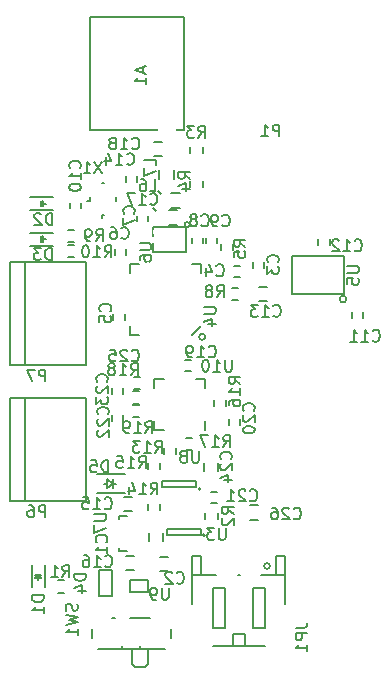
<source format=gbo>
G04 #@! TF.FileFunction,Legend,Bot*
%FSLAX46Y46*%
G04 Gerber Fmt 4.6, Leading zero omitted, Abs format (unit mm)*
G04 Created by KiCad (PCBNEW 4.0.2-stable) date 7/26/2016 9:47:51 PM*
%MOMM*%
G01*
G04 APERTURE LIST*
%ADD10C,0.100000*%
%ADD11C,0.200000*%
%ADD12C,0.150000*%
%ADD13R,1.350000X0.400000*%
%ADD14O,1.300000X1.300000*%
%ADD15O,1.550000X1.300000*%
%ADD16R,0.800000X0.150000*%
%ADD17R,1.200000X0.550000*%
%ADD18R,1.000000X0.350000*%
%ADD19R,0.711200X0.457200*%
%ADD20R,1.200000X1.400000*%
%ADD21R,0.200000X1.050000*%
%ADD22R,0.797560X0.797560*%
%ADD23R,0.600000X0.500000*%
%ADD24R,0.800000X0.750000*%
%ADD25R,0.750000X0.800000*%
%ADD26R,0.350000X0.800000*%
%ADD27R,0.800000X0.350000*%
%ADD28R,1.250000X1.250000*%
%ADD29R,0.400000X0.600000*%
%ADD30R,0.500000X0.600000*%
%ADD31R,0.600000X0.400000*%
%ADD32R,0.650000X1.060000*%
%ADD33C,1.500000*%
%ADD34C,2.500000*%
%ADD35R,0.800100X0.800100*%
%ADD36R,2.000000X1.250000*%
%ADD37O,2.790000X0.740000*%
%ADD38C,0.970000*%
%ADD39O,0.280000X0.850000*%
%ADD40R,2.200000X2.200000*%
%ADD41O,0.850000X0.280000*%
%ADD42C,0.900000*%
%ADD43R,0.700000X1.500000*%
%ADD44R,1.000000X0.800000*%
%ADD45R,1.000000X3.500000*%
%ADD46R,1.600000X3.400000*%
%ADD47R,0.590000X0.450000*%
%ADD48C,0.450000*%
%ADD49C,0.250000*%
G04 APERTURE END LIST*
D10*
D11*
X6979844Y29359843D02*
X7159844Y29179843D01*
X6559844Y27959843D02*
X6819844Y27699843D01*
D12*
X-5567460Y14649100D02*
X-5567460Y23349100D01*
X837540Y14649100D02*
X837540Y23349100D01*
X837540Y23349100D02*
X-5567460Y23349100D01*
X-4337460Y23349100D02*
X-4337460Y14649100D01*
X-5567460Y14649100D02*
X837540Y14649100D01*
X-5567460Y3149100D02*
X-5567460Y11849100D01*
X837540Y3149100D02*
X837540Y11849100D01*
X837540Y11849100D02*
X-5567460Y11849100D01*
X-4337460Y11849100D02*
X-4337460Y3149100D01*
X-5567460Y3149100D02*
X837540Y3149100D01*
X9621976Y26559843D02*
G75*
G03X9621976Y26559843I-212132J0D01*
G01*
X9359844Y24209843D02*
X9359844Y26309843D01*
X6559844Y24209843D02*
X6559844Y26309843D01*
X6559844Y26309843D02*
X9309844Y26309843D01*
X9359844Y24209843D02*
X6559844Y24209843D01*
X3019844Y-4920157D02*
X1919844Y-4920157D01*
X1919844Y-4920157D02*
X1919844Y-2720157D01*
X1919844Y-2720157D02*
X3019844Y-2720157D01*
X3019844Y-2720157D02*
X3019844Y-4870157D01*
X3019844Y-4870157D02*
X3019844Y-4920157D01*
X2199844Y27379843D02*
X2199844Y27129843D01*
X1199844Y28529843D02*
X899844Y28529843D01*
X1199844Y28929843D02*
X1199844Y28529843D01*
X3399844Y28529843D02*
X3399844Y28929843D01*
X2199844Y30079843D02*
X2399844Y30079843D01*
X2199844Y27379843D02*
X2399844Y27379843D01*
X22901392Y20249843D02*
G75*
G03X22901392Y20249843I-291548J0D01*
G01*
X22709844Y20699843D02*
X22709844Y23899843D01*
X22709844Y23899843D02*
X18409844Y23899843D01*
X18409844Y23899843D02*
X18309844Y23899843D01*
X18309844Y23899843D02*
X18309844Y20699843D01*
X18309844Y20699843D02*
X22709844Y20699843D01*
X-3850000Y25850000D02*
X-1950000Y25850000D01*
X-3850000Y24750000D02*
X-1950000Y24750000D01*
X-2950000Y25300000D02*
X-2500000Y25300000D01*
X-3000000Y25050000D02*
X-3000000Y25550000D01*
X-3000000Y25300000D02*
X-2750000Y25050000D01*
X-2750000Y25050000D02*
X-2750000Y25550000D01*
X-2750000Y25550000D02*
X-3000000Y25300000D01*
X-3850000Y28890000D02*
X-1950000Y28890000D01*
X-3850000Y27790000D02*
X-1950000Y27790000D01*
X-2950000Y28340000D02*
X-2500000Y28340000D01*
X-3000000Y28090000D02*
X-3000000Y28590000D01*
X-3000000Y28340000D02*
X-2750000Y28090000D01*
X-2750000Y28090000D02*
X-2750000Y28590000D01*
X-2750000Y28590000D02*
X-3000000Y28340000D01*
X-2650000Y-2225000D02*
X-2650000Y-4125000D01*
X-3750000Y-2225000D02*
X-3750000Y-4125000D01*
X-3200000Y-3125000D02*
X-3200000Y-3575000D01*
X-3450000Y-3075000D02*
X-2950000Y-3075000D01*
X-3200000Y-3075000D02*
X-3450000Y-3325000D01*
X-3450000Y-3325000D02*
X-2950000Y-3325000D01*
X-2950000Y-3325000D02*
X-3200000Y-3075000D01*
X5409844Y12674843D02*
X4909844Y12674843D01*
X4909844Y13624843D02*
X5409844Y13624843D01*
X8579844Y27749843D02*
X7879844Y27749843D01*
X7879844Y26549843D02*
X8579844Y26549843D01*
X12029844Y5669843D02*
X12029844Y6369843D01*
X10829844Y6369843D02*
X10829844Y5669843D01*
X10949844Y13469843D02*
X10174844Y13469843D01*
X6649844Y9169843D02*
X7424844Y9169843D01*
X6649844Y13469843D02*
X7424844Y13469843D01*
X10949844Y9169843D02*
X10949844Y9944843D01*
X6649844Y9169843D02*
X6649844Y9944843D01*
X6649844Y13469843D02*
X6649844Y12694843D01*
X10949844Y13469843D02*
X10949844Y12694843D01*
X5359844Y10234843D02*
X4859844Y10234843D01*
X4859844Y11284843D02*
X5359844Y11284843D01*
X5349844Y11374843D02*
X4849844Y11374843D01*
X4849844Y12424843D02*
X5349844Y12424843D01*
X4004844Y12699843D02*
X4004844Y12199843D01*
X3054844Y12199843D02*
X3054844Y12699843D01*
X3054844Y9949843D02*
X3054844Y10449843D01*
X4004844Y10449843D02*
X4004844Y9949843D01*
X6569844Y32359843D02*
X7269844Y32359843D01*
X7269844Y33559843D02*
X6569844Y33559843D01*
X9829844Y7444843D02*
X9329844Y7444843D01*
X9329844Y8494843D02*
X9829844Y8494843D01*
X12704844Y11709843D02*
X12704844Y11209843D01*
X11654844Y11209843D02*
X11654844Y11709843D01*
X6064844Y5869843D02*
X6064844Y6369843D01*
X7114844Y6369843D02*
X7114844Y5869843D01*
X6064844Y2369843D02*
X6064844Y2869843D01*
X7114844Y2869843D02*
X7114844Y2369843D01*
X8494844Y7609843D02*
X8494844Y7109843D01*
X7444844Y7109843D02*
X7444844Y7609843D01*
X-650156Y24834843D02*
X-150156Y24834843D01*
X-150156Y23784843D02*
X-650156Y23784843D01*
X-650156Y26134843D02*
X-150156Y26134843D01*
X-150156Y25084843D02*
X-650156Y25084843D01*
X13179844Y21214843D02*
X13679844Y21214843D01*
X13679844Y20164843D02*
X13179844Y20164843D01*
X13304844Y24899843D02*
X13304844Y24399843D01*
X12254844Y24399843D02*
X12254844Y24899843D01*
X9674844Y29739843D02*
X9674844Y30239843D01*
X10724844Y30239843D02*
X10724844Y29739843D01*
X10724844Y33139843D02*
X10724844Y32639843D01*
X9674844Y32639843D02*
X9674844Y33139843D01*
X12004844Y2099843D02*
X12004844Y1599843D01*
X10954844Y1599843D02*
X10954844Y2099843D01*
X-1530156Y-3545157D02*
X-1030156Y-3545157D01*
X-1030156Y-4595157D02*
X-1530156Y-4595157D01*
X11969844Y2994843D02*
X11469844Y2994843D01*
X11469844Y3944843D02*
X11969844Y3944843D01*
X13914844Y10119843D02*
X13914844Y9619843D01*
X12964844Y9619843D02*
X12964844Y10119843D01*
X9739844Y14154843D02*
X9239844Y14154843D01*
X9239844Y15104843D02*
X9739844Y15104843D01*
X4909844Y-1490157D02*
X4209844Y-1490157D01*
X4209844Y-2690157D02*
X4909844Y-2690157D01*
X4039844Y2289843D02*
X4739844Y2289843D01*
X4739844Y3489843D02*
X4039844Y3489843D01*
X5174844Y30629843D02*
X5174844Y30129843D01*
X4224844Y30129843D02*
X4224844Y30629843D01*
X21484844Y25349843D02*
X21484844Y24849843D01*
X20534844Y24849843D02*
X20534844Y25349843D01*
X23334844Y18619843D02*
X23334844Y19119843D01*
X24284844Y19119843D02*
X24284844Y18619843D01*
X464844Y28419843D02*
X464844Y27919843D01*
X-485156Y27919843D02*
X-485156Y28419843D01*
X11964844Y25459843D02*
X11964844Y24959843D01*
X11014844Y24959843D02*
X11014844Y25459843D01*
X10764844Y25459843D02*
X10764844Y24959843D01*
X9814844Y24959843D02*
X9814844Y25459843D01*
X6124844Y27319843D02*
X6124844Y26819843D01*
X5174844Y26819843D02*
X5174844Y27319843D01*
X4265000Y24480000D02*
X4265000Y23980000D01*
X3315000Y23980000D02*
X3315000Y24480000D01*
X4125000Y19000000D02*
X4125000Y18500000D01*
X3175000Y18500000D02*
X3175000Y19000000D01*
X13879844Y22094843D02*
X13379844Y22094843D01*
X13379844Y23044843D02*
X13879844Y23044843D01*
X14964844Y22889843D02*
X14964844Y23389843D01*
X15914844Y23389843D02*
X15914844Y22889843D01*
X7779844Y-1550157D02*
X7079844Y-1550157D01*
X7079844Y-2750157D02*
X7779844Y-2750157D01*
X6159844Y459843D02*
X6159844Y-240157D01*
X7359844Y-240157D02*
X7359844Y459843D01*
X10539844Y4169843D02*
G75*
G03X10539844Y4169843I-100000J0D01*
G01*
X10189844Y4819843D02*
X10189844Y4319843D01*
X7289844Y4819843D02*
X10189844Y4819843D01*
X7289844Y4319843D02*
X7289844Y4819843D01*
X10189844Y4319843D02*
X7289844Y4319843D01*
X3649604Y-909317D02*
X3649604Y-861057D01*
X4350644Y1889663D02*
X3649604Y1889663D01*
X3649604Y1889663D02*
X3649604Y1640743D01*
X3649604Y-909317D02*
X3649604Y-1109977D01*
X3649604Y-1109977D02*
X4350644Y-1109977D01*
X8269844Y30449843D02*
X8269844Y31149843D01*
X7069844Y31149843D02*
X7069844Y30449843D01*
X8069844Y27999843D02*
X8769844Y27999843D01*
X8769844Y29199843D02*
X8069844Y29199843D01*
X15489844Y20089843D02*
X16189844Y20089843D01*
X16189844Y21289843D02*
X15489844Y21289843D01*
X10929844Y249843D02*
G75*
G03X10929844Y249843I-100000J0D01*
G01*
X10579844Y799843D02*
X10579844Y299843D01*
X7679844Y799843D02*
X10579844Y799843D01*
X7679844Y299843D02*
X7679844Y799843D01*
X10579844Y299843D02*
X7679844Y299843D01*
X9169844Y34534843D02*
X9169844Y44159843D01*
X9169844Y44159843D02*
X1169844Y44159843D01*
X1169844Y44159843D02*
X1169844Y34534843D01*
X1169844Y34534843D02*
X9169844Y34534843D01*
X10950192Y17055000D02*
G75*
G03X10950192Y17055000I-260192J0D01*
G01*
X10560000Y23195000D02*
X9810000Y23195000D01*
X4560000Y17195000D02*
X5310000Y17195000D01*
X4560000Y23195000D02*
X5310000Y23195000D01*
X9810000Y17195000D02*
X10560000Y17945000D01*
X4560000Y17195000D02*
X4560000Y17945000D01*
X4560000Y23195000D02*
X4560000Y22445000D01*
X10560000Y23195000D02*
X10560000Y22445000D01*
X3930000Y-9085000D02*
X3930000Y-9385000D01*
X5430000Y-9085000D02*
X5430000Y-9385000D01*
X3280000Y-6785000D02*
X3080000Y-6785000D01*
X6080000Y-10685000D02*
X5880000Y-10885000D01*
X4780000Y-10685000D02*
X4980000Y-10885000D01*
X6080000Y-9385000D02*
X6080000Y-10685000D01*
X5880000Y-10885000D02*
X4980000Y-10885000D01*
X4780000Y-10685000D02*
X4780000Y-9385000D01*
X7530000Y-9385000D02*
X1830000Y-9385000D01*
X6280000Y-6785000D02*
X4580000Y-6785000D01*
X8030000Y-7685000D02*
X8030000Y-8485000D01*
X1330000Y-8485000D02*
X1330000Y-7685000D01*
X16429844Y-2355157D02*
G75*
G03X16429844Y-2355157I-250000J0D01*
G01*
X14279844Y-9105157D02*
X14279844Y-8105157D01*
X14279844Y-8105157D02*
X13279844Y-8105157D01*
X13279844Y-8105157D02*
X13279844Y-9105157D01*
X15679844Y-3105157D02*
X16929844Y-3105157D01*
X16929844Y-3105157D02*
X16929844Y-1505157D01*
X16929844Y-1505157D02*
X17729844Y-1505157D01*
X17729844Y-1505157D02*
X17729844Y-5605157D01*
X16929844Y-3105157D02*
X17729844Y-3105157D01*
X11879844Y-3105157D02*
X10629844Y-3105157D01*
X10629844Y-3105157D02*
X10629844Y-1505157D01*
X10629844Y-1505157D02*
X9829844Y-1505157D01*
X9829844Y-1505157D02*
X9829844Y-5605157D01*
X10629844Y-3105157D02*
X9829844Y-3105157D01*
X15979844Y-9105157D02*
X11579844Y-9105157D01*
X15979844Y-4205157D02*
X15979844Y-7605157D01*
X15979844Y-7605157D02*
X14979844Y-7605157D01*
X14979844Y-7605157D02*
X14979844Y-4205157D01*
X14979844Y-4205157D02*
X15979844Y-4205157D01*
X11579844Y-4205157D02*
X11579844Y-7605157D01*
X11579844Y-7605157D02*
X12579844Y-7605157D01*
X12579844Y-7605157D02*
X12579844Y-4205157D01*
X12579844Y-4205157D02*
X11579844Y-4205157D01*
X13879844Y-3105157D02*
X13679844Y-3105157D01*
X2599844Y4629843D02*
X2349844Y4629843D01*
X3099844Y4629843D02*
X3349844Y4629843D01*
X3099844Y4629843D02*
X2599844Y4979843D01*
X2599844Y4979843D02*
X2599844Y4279843D01*
X2599844Y4279843D02*
X3099844Y4629843D01*
X3099844Y4979843D02*
X3099844Y4279843D01*
X4149844Y3829843D02*
X1749844Y3829843D01*
X4149844Y5429843D02*
X1749844Y5429843D01*
X6059844Y-3570157D02*
X6059844Y-4570157D01*
X6059844Y-4570157D02*
X4559844Y-4570157D01*
X4559844Y-4570157D02*
X4559844Y-3570157D01*
X4559844Y-3570157D02*
X6059844Y-3570157D01*
X15404844Y2779843D02*
X14704844Y2779843D01*
X14704844Y1579843D02*
X15404844Y1579843D01*
X-2581905Y13277619D02*
X-2581905Y14277619D01*
X-2962858Y14277619D01*
X-3058096Y14230000D01*
X-3105715Y14182381D01*
X-3153334Y14087143D01*
X-3153334Y13944286D01*
X-3105715Y13849048D01*
X-3058096Y13801429D01*
X-2962858Y13753810D01*
X-2581905Y13753810D01*
X-3486667Y14277619D02*
X-4153334Y14277619D01*
X-3724762Y13277619D01*
X-2581905Y1777619D02*
X-2581905Y2777619D01*
X-2962858Y2777619D01*
X-3058096Y2730000D01*
X-3105715Y2682381D01*
X-3153334Y2587143D01*
X-3153334Y2444286D01*
X-3105715Y2349048D01*
X-3058096Y2301429D01*
X-2962858Y2253810D01*
X-2581905Y2253810D01*
X-4010477Y2777619D02*
X-3820000Y2777619D01*
X-3724762Y2730000D01*
X-3677143Y2682381D01*
X-3581905Y2539524D01*
X-3534286Y2349048D01*
X-3534286Y1968095D01*
X-3581905Y1872857D01*
X-3629524Y1825238D01*
X-3724762Y1777619D01*
X-3915239Y1777619D01*
X-4010477Y1825238D01*
X-4058096Y1872857D01*
X-4105715Y1968095D01*
X-4105715Y2206190D01*
X-4058096Y2301429D01*
X-4010477Y2349048D01*
X-3915239Y2396667D01*
X-3724762Y2396667D01*
X-3629524Y2349048D01*
X-3581905Y2301429D01*
X-3534286Y2206190D01*
X5382225Y25001748D02*
X6191749Y25001748D01*
X6286987Y24954129D01*
X6334606Y24906510D01*
X6382225Y24811272D01*
X6382225Y24620795D01*
X6334606Y24525557D01*
X6286987Y24477938D01*
X6191749Y24430319D01*
X5382225Y24430319D01*
X5382225Y23525557D02*
X5382225Y23716034D01*
X5429844Y23811272D01*
X5477463Y23858891D01*
X5620320Y23954129D01*
X5810796Y24001748D01*
X6191749Y24001748D01*
X6286987Y23954129D01*
X6334606Y23906510D01*
X6382225Y23811272D01*
X6382225Y23620795D01*
X6334606Y23525557D01*
X6286987Y23477938D01*
X6191749Y23430319D01*
X5953654Y23430319D01*
X5858415Y23477938D01*
X5810796Y23525557D01*
X5763177Y23620795D01*
X5763177Y23811272D01*
X5810796Y23906510D01*
X5858415Y23954129D01*
X5953654Y24001748D01*
X842225Y-3042062D02*
X-157775Y-3042062D01*
X-157775Y-3280157D01*
X-110156Y-3423015D01*
X-14918Y-3518253D01*
X80320Y-3565872D01*
X270796Y-3613491D01*
X413654Y-3613491D01*
X604130Y-3565872D01*
X699368Y-3518253D01*
X794606Y-3423015D01*
X842225Y-3280157D01*
X842225Y-3042062D01*
X175558Y-4470634D02*
X842225Y-4470634D01*
X-205394Y-4232538D02*
X508892Y-3994443D01*
X508892Y-4613491D01*
X2229368Y31887462D02*
X1562701Y30887462D01*
X1562701Y31887462D02*
X2229368Y30887462D01*
X657939Y30887462D02*
X1229368Y30887462D01*
X943654Y30887462D02*
X943654Y31887462D01*
X1038892Y31744605D01*
X1134130Y31649367D01*
X1229368Y31601748D01*
X22962225Y23041748D02*
X23771749Y23041748D01*
X23866987Y22994129D01*
X23914606Y22946510D01*
X23962225Y22851272D01*
X23962225Y22660795D01*
X23914606Y22565557D01*
X23866987Y22517938D01*
X23771749Y22470319D01*
X22962225Y22470319D01*
X22962225Y21517938D02*
X22962225Y21994129D01*
X23438415Y22041748D01*
X23390796Y21994129D01*
X23343177Y21898891D01*
X23343177Y21660795D01*
X23390796Y21565557D01*
X23438415Y21517938D01*
X23533654Y21470319D01*
X23771749Y21470319D01*
X23866987Y21517938D01*
X23914606Y21565557D01*
X23962225Y21660795D01*
X23962225Y21898891D01*
X23914606Y21994129D01*
X23866987Y22041748D01*
X-2062061Y23557462D02*
X-2062061Y24557462D01*
X-2300156Y24557462D01*
X-2443014Y24509843D01*
X-2538252Y24414605D01*
X-2585871Y24319367D01*
X-2633490Y24128891D01*
X-2633490Y23986033D01*
X-2585871Y23795557D01*
X-2538252Y23700319D01*
X-2443014Y23605081D01*
X-2300156Y23557462D01*
X-2062061Y23557462D01*
X-2966823Y24557462D02*
X-3585871Y24557462D01*
X-3252537Y24176510D01*
X-3395395Y24176510D01*
X-3490633Y24128891D01*
X-3538252Y24081272D01*
X-3585871Y23986033D01*
X-3585871Y23747938D01*
X-3538252Y23652700D01*
X-3490633Y23605081D01*
X-3395395Y23557462D01*
X-3109680Y23557462D01*
X-3014442Y23605081D01*
X-2966823Y23652700D01*
X-2002061Y26517462D02*
X-2002061Y27517462D01*
X-2240156Y27517462D01*
X-2383014Y27469843D01*
X-2478252Y27374605D01*
X-2525871Y27279367D01*
X-2573490Y27088891D01*
X-2573490Y26946033D01*
X-2525871Y26755557D01*
X-2478252Y26660319D01*
X-2383014Y26565081D01*
X-2240156Y26517462D01*
X-2002061Y26517462D01*
X-2954442Y27422224D02*
X-3002061Y27469843D01*
X-3097299Y27517462D01*
X-3335395Y27517462D01*
X-3430633Y27469843D01*
X-3478252Y27422224D01*
X-3525871Y27326986D01*
X-3525871Y27231748D01*
X-3478252Y27088891D01*
X-2906823Y26517462D01*
X-3525871Y26517462D01*
X-2727775Y-4842062D02*
X-3727775Y-4842062D01*
X-3727775Y-5080157D01*
X-3680156Y-5223015D01*
X-3584918Y-5318253D01*
X-3489680Y-5365872D01*
X-3299204Y-5413491D01*
X-3156346Y-5413491D01*
X-2965870Y-5365872D01*
X-2870632Y-5318253D01*
X-2775394Y-5223015D01*
X-2727775Y-5080157D01*
X-2727775Y-4842062D01*
X-2727775Y-6365872D02*
X-2727775Y-5794443D01*
X-2727775Y-6080157D02*
X-3727775Y-6080157D01*
X-3584918Y-5984919D01*
X-3489680Y-5889681D01*
X-3442061Y-5794443D01*
X4722701Y15072700D02*
X4770320Y15025081D01*
X4913177Y14977462D01*
X5008415Y14977462D01*
X5151273Y15025081D01*
X5246511Y15120319D01*
X5294130Y15215557D01*
X5341749Y15406033D01*
X5341749Y15548891D01*
X5294130Y15739367D01*
X5246511Y15834605D01*
X5151273Y15929843D01*
X5008415Y15977462D01*
X4913177Y15977462D01*
X4770320Y15929843D01*
X4722701Y15882224D01*
X4341749Y15882224D02*
X4294130Y15929843D01*
X4198892Y15977462D01*
X3960796Y15977462D01*
X3865558Y15929843D01*
X3817939Y15882224D01*
X3770320Y15786986D01*
X3770320Y15691748D01*
X3817939Y15548891D01*
X4389368Y14977462D01*
X3770320Y14977462D01*
X2865558Y15977462D02*
X3341749Y15977462D01*
X3389368Y15501272D01*
X3341749Y15548891D01*
X3246511Y15596510D01*
X3008415Y15596510D01*
X2913177Y15548891D01*
X2865558Y15501272D01*
X2817939Y15406033D01*
X2817939Y15167938D01*
X2865558Y15072700D01*
X2913177Y15025081D01*
X3008415Y14977462D01*
X3246511Y14977462D01*
X3341749Y15025081D01*
X3389368Y15072700D01*
X6282701Y28312700D02*
X6330320Y28265081D01*
X6473177Y28217462D01*
X6568415Y28217462D01*
X6711273Y28265081D01*
X6806511Y28360319D01*
X6854130Y28455557D01*
X6901749Y28646033D01*
X6901749Y28788891D01*
X6854130Y28979367D01*
X6806511Y29074605D01*
X6711273Y29169843D01*
X6568415Y29217462D01*
X6473177Y29217462D01*
X6330320Y29169843D01*
X6282701Y29122224D01*
X5330320Y28217462D02*
X5901749Y28217462D01*
X5616035Y28217462D02*
X5616035Y29217462D01*
X5711273Y29074605D01*
X5806511Y28979367D01*
X5901749Y28931748D01*
X4996987Y29217462D02*
X4330320Y29217462D01*
X4758892Y28217462D01*
X13116987Y6702700D02*
X13164606Y6750319D01*
X13212225Y6893176D01*
X13212225Y6988414D01*
X13164606Y7131272D01*
X13069368Y7226510D01*
X12974130Y7274129D01*
X12783654Y7321748D01*
X12640796Y7321748D01*
X12450320Y7274129D01*
X12355082Y7226510D01*
X12259844Y7131272D01*
X12212225Y6988414D01*
X12212225Y6893176D01*
X12259844Y6750319D01*
X12307463Y6702700D01*
X12307463Y6321748D02*
X12259844Y6274129D01*
X12212225Y6178891D01*
X12212225Y5940795D01*
X12259844Y5845557D01*
X12307463Y5797938D01*
X12402701Y5750319D01*
X12497939Y5750319D01*
X12640796Y5797938D01*
X13212225Y6369367D01*
X13212225Y5750319D01*
X12545558Y4893176D02*
X13212225Y4893176D01*
X12164606Y5131272D02*
X12878892Y5369367D01*
X12878892Y4750319D01*
X13197939Y15117462D02*
X13197939Y14307938D01*
X13150320Y14212700D01*
X13102701Y14165081D01*
X13007463Y14117462D01*
X12816986Y14117462D01*
X12721748Y14165081D01*
X12674129Y14212700D01*
X12626510Y14307938D01*
X12626510Y15117462D01*
X11626510Y14117462D02*
X12197939Y14117462D01*
X11912225Y14117462D02*
X11912225Y15117462D01*
X12007463Y14974605D01*
X12102701Y14879367D01*
X12197939Y14831748D01*
X11007463Y15117462D02*
X10912224Y15117462D01*
X10816986Y15069843D01*
X10769367Y15022224D01*
X10721748Y14926986D01*
X10674129Y14736510D01*
X10674129Y14498414D01*
X10721748Y14307938D01*
X10769367Y14212700D01*
X10816986Y14165081D01*
X10912224Y14117462D01*
X11007463Y14117462D01*
X11102701Y14165081D01*
X11150320Y14212700D01*
X11197939Y14307938D01*
X11245558Y14498414D01*
X11245558Y14736510D01*
X11197939Y14926986D01*
X11150320Y15022224D01*
X11102701Y15069843D01*
X11007463Y15117462D01*
X5882701Y8927462D02*
X6216035Y9403653D01*
X6454130Y8927462D02*
X6454130Y9927462D01*
X6073177Y9927462D01*
X5977939Y9879843D01*
X5930320Y9832224D01*
X5882701Y9736986D01*
X5882701Y9594129D01*
X5930320Y9498891D01*
X5977939Y9451272D01*
X6073177Y9403653D01*
X6454130Y9403653D01*
X4930320Y8927462D02*
X5501749Y8927462D01*
X5216035Y8927462D02*
X5216035Y9927462D01*
X5311273Y9784605D01*
X5406511Y9689367D01*
X5501749Y9641748D01*
X4454130Y8927462D02*
X4263654Y8927462D01*
X4168415Y8975081D01*
X4120796Y9022700D01*
X4025558Y9165557D01*
X3977939Y9356033D01*
X3977939Y9736986D01*
X4025558Y9832224D01*
X4073177Y9879843D01*
X4168415Y9927462D01*
X4358892Y9927462D01*
X4454130Y9879843D01*
X4501749Y9832224D01*
X4549368Y9736986D01*
X4549368Y9498891D01*
X4501749Y9403653D01*
X4454130Y9356033D01*
X4358892Y9308414D01*
X4168415Y9308414D01*
X4073177Y9356033D01*
X4025558Y9403653D01*
X3977939Y9498891D01*
X4642701Y13807462D02*
X4976035Y14283653D01*
X5214130Y13807462D02*
X5214130Y14807462D01*
X4833177Y14807462D01*
X4737939Y14759843D01*
X4690320Y14712224D01*
X4642701Y14616986D01*
X4642701Y14474129D01*
X4690320Y14378891D01*
X4737939Y14331272D01*
X4833177Y14283653D01*
X5214130Y14283653D01*
X3690320Y13807462D02*
X4261749Y13807462D01*
X3976035Y13807462D02*
X3976035Y14807462D01*
X4071273Y14664605D01*
X4166511Y14569367D01*
X4261749Y14521748D01*
X3118892Y14378891D02*
X3214130Y14426510D01*
X3261749Y14474129D01*
X3309368Y14569367D01*
X3309368Y14616986D01*
X3261749Y14712224D01*
X3214130Y14759843D01*
X3118892Y14807462D01*
X2928415Y14807462D01*
X2833177Y14759843D01*
X2785558Y14712224D01*
X2737939Y14616986D01*
X2737939Y14569367D01*
X2785558Y14474129D01*
X2833177Y14426510D01*
X2928415Y14378891D01*
X3118892Y14378891D01*
X3214130Y14331272D01*
X3261749Y14283653D01*
X3309368Y14188414D01*
X3309368Y13997938D01*
X3261749Y13902700D01*
X3214130Y13855081D01*
X3118892Y13807462D01*
X2928415Y13807462D01*
X2833177Y13855081D01*
X2785558Y13902700D01*
X2737939Y13997938D01*
X2737939Y14188414D01*
X2785558Y14283653D01*
X2833177Y14331272D01*
X2928415Y14378891D01*
X2616987Y13262700D02*
X2664606Y13310319D01*
X2712225Y13453176D01*
X2712225Y13548414D01*
X2664606Y13691272D01*
X2569368Y13786510D01*
X2474130Y13834129D01*
X2283654Y13881748D01*
X2140796Y13881748D01*
X1950320Y13834129D01*
X1855082Y13786510D01*
X1759844Y13691272D01*
X1712225Y13548414D01*
X1712225Y13453176D01*
X1759844Y13310319D01*
X1807463Y13262700D01*
X1807463Y12881748D02*
X1759844Y12834129D01*
X1712225Y12738891D01*
X1712225Y12500795D01*
X1759844Y12405557D01*
X1807463Y12357938D01*
X1902701Y12310319D01*
X1997939Y12310319D01*
X2140796Y12357938D01*
X2712225Y12929367D01*
X2712225Y12310319D01*
X1712225Y11976986D02*
X1712225Y11357938D01*
X2093177Y11691272D01*
X2093177Y11548414D01*
X2140796Y11453176D01*
X2188415Y11405557D01*
X2283654Y11357938D01*
X2521749Y11357938D01*
X2616987Y11405557D01*
X2664606Y11453176D01*
X2712225Y11548414D01*
X2712225Y11834129D01*
X2664606Y11929367D01*
X2616987Y11976986D01*
X2686987Y10492700D02*
X2734606Y10540319D01*
X2782225Y10683176D01*
X2782225Y10778414D01*
X2734606Y10921272D01*
X2639368Y11016510D01*
X2544130Y11064129D01*
X2353654Y11111748D01*
X2210796Y11111748D01*
X2020320Y11064129D01*
X1925082Y11016510D01*
X1829844Y10921272D01*
X1782225Y10778414D01*
X1782225Y10683176D01*
X1829844Y10540319D01*
X1877463Y10492700D01*
X1877463Y10111748D02*
X1829844Y10064129D01*
X1782225Y9968891D01*
X1782225Y9730795D01*
X1829844Y9635557D01*
X1877463Y9587938D01*
X1972701Y9540319D01*
X2067939Y9540319D01*
X2210796Y9587938D01*
X2782225Y10159367D01*
X2782225Y9540319D01*
X1877463Y9159367D02*
X1829844Y9111748D01*
X1782225Y9016510D01*
X1782225Y8778414D01*
X1829844Y8683176D01*
X1877463Y8635557D01*
X1972701Y8587938D01*
X2067939Y8587938D01*
X2210796Y8635557D01*
X2782225Y9206986D01*
X2782225Y8587938D01*
X4742701Y33012700D02*
X4790320Y32965081D01*
X4933177Y32917462D01*
X5028415Y32917462D01*
X5171273Y32965081D01*
X5266511Y33060319D01*
X5314130Y33155557D01*
X5361749Y33346033D01*
X5361749Y33488891D01*
X5314130Y33679367D01*
X5266511Y33774605D01*
X5171273Y33869843D01*
X5028415Y33917462D01*
X4933177Y33917462D01*
X4790320Y33869843D01*
X4742701Y33822224D01*
X3790320Y32917462D02*
X4361749Y32917462D01*
X4076035Y32917462D02*
X4076035Y33917462D01*
X4171273Y33774605D01*
X4266511Y33679367D01*
X4361749Y33631748D01*
X3218892Y33488891D02*
X3314130Y33536510D01*
X3361749Y33584129D01*
X3409368Y33679367D01*
X3409368Y33726986D01*
X3361749Y33822224D01*
X3314130Y33869843D01*
X3218892Y33917462D01*
X3028415Y33917462D01*
X2933177Y33869843D01*
X2885558Y33822224D01*
X2837939Y33726986D01*
X2837939Y33679367D01*
X2885558Y33584129D01*
X2933177Y33536510D01*
X3028415Y33488891D01*
X3218892Y33488891D01*
X3314130Y33441272D01*
X3361749Y33393653D01*
X3409368Y33298414D01*
X3409368Y33107938D01*
X3361749Y33012700D01*
X3314130Y32965081D01*
X3218892Y32917462D01*
X3028415Y32917462D01*
X2933177Y32965081D01*
X2885558Y33012700D01*
X2837939Y33107938D01*
X2837939Y33298414D01*
X2885558Y33393653D01*
X2933177Y33441272D01*
X3028415Y33488891D01*
X12472701Y7717462D02*
X12806035Y8193653D01*
X13044130Y7717462D02*
X13044130Y8717462D01*
X12663177Y8717462D01*
X12567939Y8669843D01*
X12520320Y8622224D01*
X12472701Y8526986D01*
X12472701Y8384129D01*
X12520320Y8288891D01*
X12567939Y8241272D01*
X12663177Y8193653D01*
X13044130Y8193653D01*
X11520320Y7717462D02*
X12091749Y7717462D01*
X11806035Y7717462D02*
X11806035Y8717462D01*
X11901273Y8574605D01*
X11996511Y8479367D01*
X12091749Y8431748D01*
X11186987Y8717462D02*
X10520320Y8717462D01*
X10948892Y7717462D01*
X13932225Y13062700D02*
X13456034Y13396034D01*
X13932225Y13634129D02*
X12932225Y13634129D01*
X12932225Y13253176D01*
X12979844Y13157938D01*
X13027463Y13110319D01*
X13122701Y13062700D01*
X13265558Y13062700D01*
X13360796Y13110319D01*
X13408415Y13157938D01*
X13456034Y13253176D01*
X13456034Y13634129D01*
X13932225Y12110319D02*
X13932225Y12681748D01*
X13932225Y12396034D02*
X12932225Y12396034D01*
X13075082Y12491272D01*
X13170320Y12586510D01*
X13217939Y12681748D01*
X12932225Y11253176D02*
X12932225Y11443653D01*
X12979844Y11538891D01*
X13027463Y11586510D01*
X13170320Y11681748D01*
X13360796Y11729367D01*
X13741749Y11729367D01*
X13836987Y11681748D01*
X13884606Y11634129D01*
X13932225Y11538891D01*
X13932225Y11348414D01*
X13884606Y11253176D01*
X13836987Y11205557D01*
X13741749Y11157938D01*
X13503654Y11157938D01*
X13408415Y11205557D01*
X13360796Y11253176D01*
X13313177Y11348414D01*
X13313177Y11538891D01*
X13360796Y11634129D01*
X13408415Y11681748D01*
X13503654Y11729367D01*
X5322701Y5957462D02*
X5656035Y6433653D01*
X5894130Y5957462D02*
X5894130Y6957462D01*
X5513177Y6957462D01*
X5417939Y6909843D01*
X5370320Y6862224D01*
X5322701Y6766986D01*
X5322701Y6624129D01*
X5370320Y6528891D01*
X5417939Y6481272D01*
X5513177Y6433653D01*
X5894130Y6433653D01*
X4370320Y5957462D02*
X4941749Y5957462D01*
X4656035Y5957462D02*
X4656035Y6957462D01*
X4751273Y6814605D01*
X4846511Y6719367D01*
X4941749Y6671748D01*
X3465558Y6957462D02*
X3941749Y6957462D01*
X3989368Y6481272D01*
X3941749Y6528891D01*
X3846511Y6576510D01*
X3608415Y6576510D01*
X3513177Y6528891D01*
X3465558Y6481272D01*
X3417939Y6386033D01*
X3417939Y6147938D01*
X3465558Y6052700D01*
X3513177Y6005081D01*
X3608415Y5957462D01*
X3846511Y5957462D01*
X3941749Y6005081D01*
X3989368Y6052700D01*
X6332701Y3707462D02*
X6666035Y4183653D01*
X6904130Y3707462D02*
X6904130Y4707462D01*
X6523177Y4707462D01*
X6427939Y4659843D01*
X6380320Y4612224D01*
X6332701Y4516986D01*
X6332701Y4374129D01*
X6380320Y4278891D01*
X6427939Y4231272D01*
X6523177Y4183653D01*
X6904130Y4183653D01*
X5380320Y3707462D02*
X5951749Y3707462D01*
X5666035Y3707462D02*
X5666035Y4707462D01*
X5761273Y4564605D01*
X5856511Y4469367D01*
X5951749Y4421748D01*
X4523177Y4374129D02*
X4523177Y3707462D01*
X4761273Y4755081D02*
X4999368Y4040795D01*
X4380320Y4040795D01*
X6712701Y7257462D02*
X7046035Y7733653D01*
X7284130Y7257462D02*
X7284130Y8257462D01*
X6903177Y8257462D01*
X6807939Y8209843D01*
X6760320Y8162224D01*
X6712701Y8066986D01*
X6712701Y7924129D01*
X6760320Y7828891D01*
X6807939Y7781272D01*
X6903177Y7733653D01*
X7284130Y7733653D01*
X5760320Y7257462D02*
X6331749Y7257462D01*
X6046035Y7257462D02*
X6046035Y8257462D01*
X6141273Y8114605D01*
X6236511Y8019367D01*
X6331749Y7971748D01*
X5426987Y8257462D02*
X4807939Y8257462D01*
X5141273Y7876510D01*
X4998415Y7876510D01*
X4903177Y7828891D01*
X4855558Y7781272D01*
X4807939Y7686033D01*
X4807939Y7447938D01*
X4855558Y7352700D01*
X4903177Y7305081D01*
X4998415Y7257462D01*
X5284130Y7257462D01*
X5379368Y7305081D01*
X5426987Y7352700D01*
X2432701Y23787462D02*
X2766035Y24263653D01*
X3004130Y23787462D02*
X3004130Y24787462D01*
X2623177Y24787462D01*
X2527939Y24739843D01*
X2480320Y24692224D01*
X2432701Y24596986D01*
X2432701Y24454129D01*
X2480320Y24358891D01*
X2527939Y24311272D01*
X2623177Y24263653D01*
X3004130Y24263653D01*
X1480320Y23787462D02*
X2051749Y23787462D01*
X1766035Y23787462D02*
X1766035Y24787462D01*
X1861273Y24644605D01*
X1956511Y24549367D01*
X2051749Y24501748D01*
X861273Y24787462D02*
X766034Y24787462D01*
X670796Y24739843D01*
X623177Y24692224D01*
X575558Y24596986D01*
X527939Y24406510D01*
X527939Y24168414D01*
X575558Y23977938D01*
X623177Y23882700D01*
X670796Y23835081D01*
X766034Y23787462D01*
X861273Y23787462D01*
X956511Y23835081D01*
X1004130Y23882700D01*
X1051749Y23977938D01*
X1099368Y24168414D01*
X1099368Y24406510D01*
X1051749Y24596986D01*
X1004130Y24692224D01*
X956511Y24739843D01*
X861273Y24787462D01*
X1706510Y25157462D02*
X2039844Y25633653D01*
X2277939Y25157462D02*
X2277939Y26157462D01*
X1896986Y26157462D01*
X1801748Y26109843D01*
X1754129Y26062224D01*
X1706510Y25966986D01*
X1706510Y25824129D01*
X1754129Y25728891D01*
X1801748Y25681272D01*
X1896986Y25633653D01*
X2277939Y25633653D01*
X1230320Y25157462D02*
X1039844Y25157462D01*
X944605Y25205081D01*
X896986Y25252700D01*
X801748Y25395557D01*
X754129Y25586033D01*
X754129Y25966986D01*
X801748Y26062224D01*
X849367Y26109843D01*
X944605Y26157462D01*
X1135082Y26157462D01*
X1230320Y26109843D01*
X1277939Y26062224D01*
X1325558Y25966986D01*
X1325558Y25728891D01*
X1277939Y25633653D01*
X1230320Y25586033D01*
X1135082Y25538414D01*
X944605Y25538414D01*
X849367Y25586033D01*
X801748Y25633653D01*
X754129Y25728891D01*
X11936510Y20417462D02*
X12269844Y20893653D01*
X12507939Y20417462D02*
X12507939Y21417462D01*
X12126986Y21417462D01*
X12031748Y21369843D01*
X11984129Y21322224D01*
X11936510Y21226986D01*
X11936510Y21084129D01*
X11984129Y20988891D01*
X12031748Y20941272D01*
X12126986Y20893653D01*
X12507939Y20893653D01*
X11365082Y20988891D02*
X11460320Y21036510D01*
X11507939Y21084129D01*
X11555558Y21179367D01*
X11555558Y21226986D01*
X11507939Y21322224D01*
X11460320Y21369843D01*
X11365082Y21417462D01*
X11174605Y21417462D01*
X11079367Y21369843D01*
X11031748Y21322224D01*
X10984129Y21226986D01*
X10984129Y21179367D01*
X11031748Y21084129D01*
X11079367Y21036510D01*
X11174605Y20988891D01*
X11365082Y20988891D01*
X11460320Y20941272D01*
X11507939Y20893653D01*
X11555558Y20798414D01*
X11555558Y20607938D01*
X11507939Y20512700D01*
X11460320Y20465081D01*
X11365082Y20417462D01*
X11174605Y20417462D01*
X11079367Y20465081D01*
X11031748Y20512700D01*
X10984129Y20607938D01*
X10984129Y20798414D01*
X11031748Y20893653D01*
X11079367Y20941272D01*
X11174605Y20988891D01*
X14352225Y24686509D02*
X13876034Y25019843D01*
X14352225Y25257938D02*
X13352225Y25257938D01*
X13352225Y24876985D01*
X13399844Y24781747D01*
X13447463Y24734128D01*
X13542701Y24686509D01*
X13685558Y24686509D01*
X13780796Y24734128D01*
X13828415Y24781747D01*
X13876034Y24876985D01*
X13876034Y25257938D01*
X13352225Y23781747D02*
X13352225Y24257938D01*
X13828415Y24305557D01*
X13780796Y24257938D01*
X13733177Y24162700D01*
X13733177Y23924604D01*
X13780796Y23829366D01*
X13828415Y23781747D01*
X13923654Y23734128D01*
X14161749Y23734128D01*
X14256987Y23781747D01*
X14304606Y23829366D01*
X14352225Y23924604D01*
X14352225Y24162700D01*
X14304606Y24257938D01*
X14256987Y24305557D01*
X9672225Y30426509D02*
X9196034Y30759843D01*
X9672225Y30997938D02*
X8672225Y30997938D01*
X8672225Y30616985D01*
X8719844Y30521747D01*
X8767463Y30474128D01*
X8862701Y30426509D01*
X9005558Y30426509D01*
X9100796Y30474128D01*
X9148415Y30521747D01*
X9196034Y30616985D01*
X9196034Y30997938D01*
X9005558Y29569366D02*
X9672225Y29569366D01*
X8624606Y29807462D02*
X9338892Y30045557D01*
X9338892Y29426509D01*
X10366510Y33917462D02*
X10699844Y34393653D01*
X10937939Y33917462D02*
X10937939Y34917462D01*
X10556986Y34917462D01*
X10461748Y34869843D01*
X10414129Y34822224D01*
X10366510Y34726986D01*
X10366510Y34584129D01*
X10414129Y34488891D01*
X10461748Y34441272D01*
X10556986Y34393653D01*
X10937939Y34393653D01*
X10033177Y34917462D02*
X9414129Y34917462D01*
X9747463Y34536510D01*
X9604605Y34536510D01*
X9509367Y34488891D01*
X9461748Y34441272D01*
X9414129Y34346033D01*
X9414129Y34107938D01*
X9461748Y34012700D01*
X9509367Y33965081D01*
X9604605Y33917462D01*
X9890320Y33917462D01*
X9985558Y33965081D01*
X10033177Y34012700D01*
X13342225Y2056509D02*
X12866034Y2389843D01*
X13342225Y2627938D02*
X12342225Y2627938D01*
X12342225Y2246985D01*
X12389844Y2151747D01*
X12437463Y2104128D01*
X12532701Y2056509D01*
X12675558Y2056509D01*
X12770796Y2104128D01*
X12818415Y2151747D01*
X12866034Y2246985D01*
X12866034Y2627938D01*
X12437463Y1675557D02*
X12389844Y1627938D01*
X12342225Y1532700D01*
X12342225Y1294604D01*
X12389844Y1199366D01*
X12437463Y1151747D01*
X12532701Y1104128D01*
X12627939Y1104128D01*
X12770796Y1151747D01*
X13342225Y1723176D01*
X13342225Y1104128D01*
X-1143490Y-3272538D02*
X-810156Y-2796347D01*
X-572061Y-3272538D02*
X-572061Y-2272538D01*
X-953014Y-2272538D01*
X-1048252Y-2320157D01*
X-1095871Y-2367776D01*
X-1143490Y-2463014D01*
X-1143490Y-2605871D01*
X-1095871Y-2701109D01*
X-1048252Y-2748728D01*
X-953014Y-2796347D01*
X-572061Y-2796347D01*
X-2095871Y-3272538D02*
X-1524442Y-3272538D01*
X-1810156Y-3272538D02*
X-1810156Y-2272538D01*
X-1714918Y-2415395D01*
X-1619680Y-2510633D01*
X-1524442Y-2558252D01*
X14722701Y3222700D02*
X14770320Y3175081D01*
X14913177Y3127462D01*
X15008415Y3127462D01*
X15151273Y3175081D01*
X15246511Y3270319D01*
X15294130Y3365557D01*
X15341749Y3556033D01*
X15341749Y3698891D01*
X15294130Y3889367D01*
X15246511Y3984605D01*
X15151273Y4079843D01*
X15008415Y4127462D01*
X14913177Y4127462D01*
X14770320Y4079843D01*
X14722701Y4032224D01*
X14341749Y4032224D02*
X14294130Y4079843D01*
X14198892Y4127462D01*
X13960796Y4127462D01*
X13865558Y4079843D01*
X13817939Y4032224D01*
X13770320Y3936986D01*
X13770320Y3841748D01*
X13817939Y3698891D01*
X14389368Y3127462D01*
X13770320Y3127462D01*
X12817939Y3127462D02*
X13389368Y3127462D01*
X13103654Y3127462D02*
X13103654Y4127462D01*
X13198892Y3984605D01*
X13294130Y3889367D01*
X13389368Y3841748D01*
X15036987Y10802700D02*
X15084606Y10850319D01*
X15132225Y10993176D01*
X15132225Y11088414D01*
X15084606Y11231272D01*
X14989368Y11326510D01*
X14894130Y11374129D01*
X14703654Y11421748D01*
X14560796Y11421748D01*
X14370320Y11374129D01*
X14275082Y11326510D01*
X14179844Y11231272D01*
X14132225Y11088414D01*
X14132225Y10993176D01*
X14179844Y10850319D01*
X14227463Y10802700D01*
X14227463Y10421748D02*
X14179844Y10374129D01*
X14132225Y10278891D01*
X14132225Y10040795D01*
X14179844Y9945557D01*
X14227463Y9897938D01*
X14322701Y9850319D01*
X14417939Y9850319D01*
X14560796Y9897938D01*
X15132225Y10469367D01*
X15132225Y9850319D01*
X14132225Y9231272D02*
X14132225Y9136033D01*
X14179844Y9040795D01*
X14227463Y8993176D01*
X14322701Y8945557D01*
X14513177Y8897938D01*
X14751273Y8897938D01*
X14941749Y8945557D01*
X15036987Y8993176D01*
X15084606Y9040795D01*
X15132225Y9136033D01*
X15132225Y9231272D01*
X15084606Y9326510D01*
X15036987Y9374129D01*
X14941749Y9421748D01*
X14751273Y9469367D01*
X14513177Y9469367D01*
X14322701Y9421748D01*
X14227463Y9374129D01*
X14179844Y9326510D01*
X14132225Y9231272D01*
X11232701Y15412700D02*
X11280320Y15365081D01*
X11423177Y15317462D01*
X11518415Y15317462D01*
X11661273Y15365081D01*
X11756511Y15460319D01*
X11804130Y15555557D01*
X11851749Y15746033D01*
X11851749Y15888891D01*
X11804130Y16079367D01*
X11756511Y16174605D01*
X11661273Y16269843D01*
X11518415Y16317462D01*
X11423177Y16317462D01*
X11280320Y16269843D01*
X11232701Y16222224D01*
X10280320Y15317462D02*
X10851749Y15317462D01*
X10566035Y15317462D02*
X10566035Y16317462D01*
X10661273Y16174605D01*
X10756511Y16079367D01*
X10851749Y16031748D01*
X9804130Y15317462D02*
X9613654Y15317462D01*
X9518415Y15365081D01*
X9470796Y15412700D01*
X9375558Y15555557D01*
X9327939Y15746033D01*
X9327939Y16126986D01*
X9375558Y16222224D01*
X9423177Y16269843D01*
X9518415Y16317462D01*
X9708892Y16317462D01*
X9804130Y16269843D01*
X9851749Y16222224D01*
X9899368Y16126986D01*
X9899368Y15888891D01*
X9851749Y15793653D01*
X9804130Y15746033D01*
X9708892Y15698414D01*
X9518415Y15698414D01*
X9423177Y15746033D01*
X9375558Y15793653D01*
X9327939Y15888891D01*
X2462701Y-2347300D02*
X2510320Y-2394919D01*
X2653177Y-2442538D01*
X2748415Y-2442538D01*
X2891273Y-2394919D01*
X2986511Y-2299681D01*
X3034130Y-2204443D01*
X3081749Y-2013967D01*
X3081749Y-1871109D01*
X3034130Y-1680633D01*
X2986511Y-1585395D01*
X2891273Y-1490157D01*
X2748415Y-1442538D01*
X2653177Y-1442538D01*
X2510320Y-1490157D01*
X2462701Y-1537776D01*
X1510320Y-2442538D02*
X2081749Y-2442538D01*
X1796035Y-2442538D02*
X1796035Y-1442538D01*
X1891273Y-1585395D01*
X1986511Y-1680633D01*
X2081749Y-1728252D01*
X653177Y-1442538D02*
X843654Y-1442538D01*
X938892Y-1490157D01*
X986511Y-1537776D01*
X1081749Y-1680633D01*
X1129368Y-1871109D01*
X1129368Y-2252062D01*
X1081749Y-2347300D01*
X1034130Y-2394919D01*
X938892Y-2442538D01*
X748415Y-2442538D01*
X653177Y-2394919D01*
X605558Y-2347300D01*
X557939Y-2252062D01*
X557939Y-2013967D01*
X605558Y-1918728D01*
X653177Y-1871109D01*
X748415Y-1823490D01*
X938892Y-1823490D01*
X1034130Y-1871109D01*
X1081749Y-1918728D01*
X1129368Y-2013967D01*
X2422701Y2547700D02*
X2470320Y2500081D01*
X2613177Y2452462D01*
X2708415Y2452462D01*
X2851273Y2500081D01*
X2946511Y2595319D01*
X2994130Y2690557D01*
X3041749Y2881033D01*
X3041749Y3023891D01*
X2994130Y3214367D01*
X2946511Y3309605D01*
X2851273Y3404843D01*
X2708415Y3452462D01*
X2613177Y3452462D01*
X2470320Y3404843D01*
X2422701Y3357224D01*
X1470320Y2452462D02*
X2041749Y2452462D01*
X1756035Y2452462D02*
X1756035Y3452462D01*
X1851273Y3309605D01*
X1946511Y3214367D01*
X2041749Y3166748D01*
X565558Y3452462D02*
X1041749Y3452462D01*
X1089368Y2976272D01*
X1041749Y3023891D01*
X946511Y3071510D01*
X708415Y3071510D01*
X613177Y3023891D01*
X565558Y2976272D01*
X517939Y2881033D01*
X517939Y2642938D01*
X565558Y2547700D01*
X613177Y2500081D01*
X708415Y2452462D01*
X946511Y2452462D01*
X1041749Y2500081D01*
X1089368Y2547700D01*
X4322701Y31702700D02*
X4370320Y31655081D01*
X4513177Y31607462D01*
X4608415Y31607462D01*
X4751273Y31655081D01*
X4846511Y31750319D01*
X4894130Y31845557D01*
X4941749Y32036033D01*
X4941749Y32178891D01*
X4894130Y32369367D01*
X4846511Y32464605D01*
X4751273Y32559843D01*
X4608415Y32607462D01*
X4513177Y32607462D01*
X4370320Y32559843D01*
X4322701Y32512224D01*
X3370320Y31607462D02*
X3941749Y31607462D01*
X3656035Y31607462D02*
X3656035Y32607462D01*
X3751273Y32464605D01*
X3846511Y32369367D01*
X3941749Y32321748D01*
X2513177Y32274129D02*
X2513177Y31607462D01*
X2751273Y32655081D02*
X2989368Y31940795D01*
X2370320Y31940795D01*
X23602701Y24392700D02*
X23650320Y24345081D01*
X23793177Y24297462D01*
X23888415Y24297462D01*
X24031273Y24345081D01*
X24126511Y24440319D01*
X24174130Y24535557D01*
X24221749Y24726033D01*
X24221749Y24868891D01*
X24174130Y25059367D01*
X24126511Y25154605D01*
X24031273Y25249843D01*
X23888415Y25297462D01*
X23793177Y25297462D01*
X23650320Y25249843D01*
X23602701Y25202224D01*
X22650320Y24297462D02*
X23221749Y24297462D01*
X22936035Y24297462D02*
X22936035Y25297462D01*
X23031273Y25154605D01*
X23126511Y25059367D01*
X23221749Y25011748D01*
X22269368Y25202224D02*
X22221749Y25249843D01*
X22126511Y25297462D01*
X21888415Y25297462D01*
X21793177Y25249843D01*
X21745558Y25202224D01*
X21697939Y25106986D01*
X21697939Y25011748D01*
X21745558Y24868891D01*
X22316987Y24297462D01*
X21697939Y24297462D01*
X25122701Y16752700D02*
X25170320Y16705081D01*
X25313177Y16657462D01*
X25408415Y16657462D01*
X25551273Y16705081D01*
X25646511Y16800319D01*
X25694130Y16895557D01*
X25741749Y17086033D01*
X25741749Y17228891D01*
X25694130Y17419367D01*
X25646511Y17514605D01*
X25551273Y17609843D01*
X25408415Y17657462D01*
X25313177Y17657462D01*
X25170320Y17609843D01*
X25122701Y17562224D01*
X24170320Y16657462D02*
X24741749Y16657462D01*
X24456035Y16657462D02*
X24456035Y17657462D01*
X24551273Y17514605D01*
X24646511Y17419367D01*
X24741749Y17371748D01*
X23217939Y16657462D02*
X23789368Y16657462D01*
X23503654Y16657462D02*
X23503654Y17657462D01*
X23598892Y17514605D01*
X23694130Y17419367D01*
X23789368Y17371748D01*
X326987Y31332700D02*
X374606Y31380319D01*
X422225Y31523176D01*
X422225Y31618414D01*
X374606Y31761272D01*
X279368Y31856510D01*
X184130Y31904129D01*
X-6346Y31951748D01*
X-149204Y31951748D01*
X-339680Y31904129D01*
X-434918Y31856510D01*
X-530156Y31761272D01*
X-577775Y31618414D01*
X-577775Y31523176D01*
X-530156Y31380319D01*
X-482537Y31332700D01*
X422225Y30380319D02*
X422225Y30951748D01*
X422225Y30666034D02*
X-577775Y30666034D01*
X-434918Y30761272D01*
X-339680Y30856510D01*
X-292061Y30951748D01*
X-577775Y29761272D02*
X-577775Y29666033D01*
X-530156Y29570795D01*
X-482537Y29523176D01*
X-387299Y29475557D01*
X-196823Y29427938D01*
X41273Y29427938D01*
X231749Y29475557D01*
X326987Y29523176D01*
X374606Y29570795D01*
X422225Y29666033D01*
X422225Y29761272D01*
X374606Y29856510D01*
X326987Y29904129D01*
X231749Y29951748D01*
X41273Y29999367D01*
X-196823Y29999367D01*
X-387299Y29951748D01*
X-482537Y29904129D01*
X-530156Y29856510D01*
X-577775Y29761272D01*
X12396510Y26492700D02*
X12444129Y26445081D01*
X12586986Y26397462D01*
X12682224Y26397462D01*
X12825082Y26445081D01*
X12920320Y26540319D01*
X12967939Y26635557D01*
X13015558Y26826033D01*
X13015558Y26968891D01*
X12967939Y27159367D01*
X12920320Y27254605D01*
X12825082Y27349843D01*
X12682224Y27397462D01*
X12586986Y27397462D01*
X12444129Y27349843D01*
X12396510Y27302224D01*
X11920320Y26397462D02*
X11729844Y26397462D01*
X11634605Y26445081D01*
X11586986Y26492700D01*
X11491748Y26635557D01*
X11444129Y26826033D01*
X11444129Y27206986D01*
X11491748Y27302224D01*
X11539367Y27349843D01*
X11634605Y27397462D01*
X11825082Y27397462D01*
X11920320Y27349843D01*
X11967939Y27302224D01*
X12015558Y27206986D01*
X12015558Y26968891D01*
X11967939Y26873653D01*
X11920320Y26826033D01*
X11825082Y26778414D01*
X11634605Y26778414D01*
X11539367Y26826033D01*
X11491748Y26873653D01*
X11444129Y26968891D01*
X10626510Y26512700D02*
X10674129Y26465081D01*
X10816986Y26417462D01*
X10912224Y26417462D01*
X11055082Y26465081D01*
X11150320Y26560319D01*
X11197939Y26655557D01*
X11245558Y26846033D01*
X11245558Y26988891D01*
X11197939Y27179367D01*
X11150320Y27274605D01*
X11055082Y27369843D01*
X10912224Y27417462D01*
X10816986Y27417462D01*
X10674129Y27369843D01*
X10626510Y27322224D01*
X10055082Y26988891D02*
X10150320Y27036510D01*
X10197939Y27084129D01*
X10245558Y27179367D01*
X10245558Y27226986D01*
X10197939Y27322224D01*
X10150320Y27369843D01*
X10055082Y27417462D01*
X9864605Y27417462D01*
X9769367Y27369843D01*
X9721748Y27322224D01*
X9674129Y27226986D01*
X9674129Y27179367D01*
X9721748Y27084129D01*
X9769367Y27036510D01*
X9864605Y26988891D01*
X10055082Y26988891D01*
X10150320Y26941272D01*
X10197939Y26893653D01*
X10245558Y26798414D01*
X10245558Y26607938D01*
X10197939Y26512700D01*
X10150320Y26465081D01*
X10055082Y26417462D01*
X9864605Y26417462D01*
X9769367Y26465081D01*
X9721748Y26512700D01*
X9674129Y26607938D01*
X9674129Y26798414D01*
X9721748Y26893653D01*
X9769367Y26941272D01*
X9864605Y26988891D01*
X4886987Y27486509D02*
X4934606Y27534128D01*
X4982225Y27676985D01*
X4982225Y27772223D01*
X4934606Y27915081D01*
X4839368Y28010319D01*
X4744130Y28057938D01*
X4553654Y28105557D01*
X4410796Y28105557D01*
X4220320Y28057938D01*
X4125082Y28010319D01*
X4029844Y27915081D01*
X3982225Y27772223D01*
X3982225Y27676985D01*
X4029844Y27534128D01*
X4077463Y27486509D01*
X3982225Y27153176D02*
X3982225Y26486509D01*
X4982225Y26915081D01*
X3846510Y25432700D02*
X3894129Y25385081D01*
X4036986Y25337462D01*
X4132224Y25337462D01*
X4275082Y25385081D01*
X4370320Y25480319D01*
X4417939Y25575557D01*
X4465558Y25766033D01*
X4465558Y25908891D01*
X4417939Y26099367D01*
X4370320Y26194605D01*
X4275082Y26289843D01*
X4132224Y26337462D01*
X4036986Y26337462D01*
X3894129Y26289843D01*
X3846510Y26242224D01*
X2989367Y26337462D02*
X3179844Y26337462D01*
X3275082Y26289843D01*
X3322701Y26242224D01*
X3417939Y26099367D01*
X3465558Y25908891D01*
X3465558Y25527938D01*
X3417939Y25432700D01*
X3370320Y25385081D01*
X3275082Y25337462D01*
X3084605Y25337462D01*
X2989367Y25385081D01*
X2941748Y25432700D01*
X2894129Y25527938D01*
X2894129Y25766033D01*
X2941748Y25861272D01*
X2989367Y25908891D01*
X3084605Y25956510D01*
X3275082Y25956510D01*
X3370320Y25908891D01*
X3417939Y25861272D01*
X3465558Y25766033D01*
X2896987Y19226509D02*
X2944606Y19274128D01*
X2992225Y19416985D01*
X2992225Y19512223D01*
X2944606Y19655081D01*
X2849368Y19750319D01*
X2754130Y19797938D01*
X2563654Y19845557D01*
X2420796Y19845557D01*
X2230320Y19797938D01*
X2135082Y19750319D01*
X2039844Y19655081D01*
X1992225Y19512223D01*
X1992225Y19416985D01*
X2039844Y19274128D01*
X2087463Y19226509D01*
X1992225Y18321747D02*
X1992225Y18797938D01*
X2468415Y18845557D01*
X2420796Y18797938D01*
X2373177Y18702700D01*
X2373177Y18464604D01*
X2420796Y18369366D01*
X2468415Y18321747D01*
X2563654Y18274128D01*
X2801749Y18274128D01*
X2896987Y18321747D01*
X2944606Y18369366D01*
X2992225Y18464604D01*
X2992225Y18702700D01*
X2944606Y18797938D01*
X2896987Y18845557D01*
X11896510Y22282700D02*
X11944129Y22235081D01*
X12086986Y22187462D01*
X12182224Y22187462D01*
X12325082Y22235081D01*
X12420320Y22330319D01*
X12467939Y22425557D01*
X12515558Y22616033D01*
X12515558Y22758891D01*
X12467939Y22949367D01*
X12420320Y23044605D01*
X12325082Y23139843D01*
X12182224Y23187462D01*
X12086986Y23187462D01*
X11944129Y23139843D01*
X11896510Y23092224D01*
X11039367Y22854129D02*
X11039367Y22187462D01*
X11277463Y23235081D02*
X11515558Y22520795D01*
X10896510Y22520795D01*
X17086987Y23356509D02*
X17134606Y23404128D01*
X17182225Y23546985D01*
X17182225Y23642223D01*
X17134606Y23785081D01*
X17039368Y23880319D01*
X16944130Y23927938D01*
X16753654Y23975557D01*
X16610796Y23975557D01*
X16420320Y23927938D01*
X16325082Y23880319D01*
X16229844Y23785081D01*
X16182225Y23642223D01*
X16182225Y23546985D01*
X16229844Y23404128D01*
X16277463Y23356509D01*
X16182225Y23023176D02*
X16182225Y22404128D01*
X16563177Y22737462D01*
X16563177Y22594604D01*
X16610796Y22499366D01*
X16658415Y22451747D01*
X16753654Y22404128D01*
X16991749Y22404128D01*
X17086987Y22451747D01*
X17134606Y22499366D01*
X17182225Y22594604D01*
X17182225Y22880319D01*
X17134606Y22975557D01*
X17086987Y23023176D01*
X8526510Y-3747300D02*
X8574129Y-3794919D01*
X8716986Y-3842538D01*
X8812224Y-3842538D01*
X8955082Y-3794919D01*
X9050320Y-3699681D01*
X9097939Y-3604443D01*
X9145558Y-3413967D01*
X9145558Y-3271109D01*
X9097939Y-3080633D01*
X9050320Y-2985395D01*
X8955082Y-2890157D01*
X8812224Y-2842538D01*
X8716986Y-2842538D01*
X8574129Y-2890157D01*
X8526510Y-2937776D01*
X8145558Y-2937776D02*
X8097939Y-2890157D01*
X8002701Y-2842538D01*
X7764605Y-2842538D01*
X7669367Y-2890157D01*
X7621748Y-2937776D01*
X7574129Y-3033014D01*
X7574129Y-3128252D01*
X7621748Y-3271109D01*
X8193177Y-3842538D01*
X7574129Y-3842538D01*
X2561987Y-328491D02*
X2609606Y-280872D01*
X2657225Y-138015D01*
X2657225Y-42777D01*
X2609606Y100081D01*
X2514368Y195319D01*
X2419130Y242938D01*
X2228654Y290557D01*
X2085796Y290557D01*
X1895320Y242938D01*
X1800082Y195319D01*
X1704844Y100081D01*
X1657225Y-42777D01*
X1657225Y-138015D01*
X1704844Y-280872D01*
X1752463Y-328491D01*
X2657225Y-1280872D02*
X2657225Y-709443D01*
X2657225Y-995157D02*
X1657225Y-995157D01*
X1800082Y-899919D01*
X1895320Y-804681D01*
X1942939Y-709443D01*
X10411749Y7397462D02*
X10411749Y6587938D01*
X10364130Y6492700D01*
X10316511Y6445081D01*
X10221273Y6397462D01*
X10030796Y6397462D01*
X9935558Y6445081D01*
X9887939Y6492700D01*
X9840320Y6587938D01*
X9840320Y7397462D01*
X9221273Y6968891D02*
X9316511Y7016510D01*
X9364130Y7064129D01*
X9411749Y7159367D01*
X9411749Y7206986D01*
X9364130Y7302224D01*
X9316511Y7349843D01*
X9221273Y7397462D01*
X9030796Y7397462D01*
X8935558Y7349843D01*
X8887939Y7302224D01*
X8840320Y7206986D01*
X8840320Y7159367D01*
X8887939Y7064129D01*
X8935558Y7016510D01*
X9030796Y6968891D01*
X9221273Y6968891D01*
X9316511Y6921272D01*
X9364130Y6873653D01*
X9411749Y6778414D01*
X9411749Y6587938D01*
X9364130Y6492700D01*
X9316511Y6445081D01*
X9221273Y6397462D01*
X9030796Y6397462D01*
X8935558Y6445081D01*
X8887939Y6492700D01*
X8840320Y6587938D01*
X8840320Y6778414D01*
X8887939Y6873653D01*
X8935558Y6921272D01*
X9030796Y6968891D01*
X1557225Y2066748D02*
X2366749Y2066748D01*
X2461987Y2019129D01*
X2509606Y1971510D01*
X2557225Y1876272D01*
X2557225Y1685795D01*
X2509606Y1590557D01*
X2461987Y1542938D01*
X2366749Y1495319D01*
X1557225Y1495319D01*
X1557225Y1114367D02*
X1557225Y447700D01*
X2557225Y876272D01*
X6772225Y31576509D02*
X6772225Y32052700D01*
X5772225Y32052700D01*
X5772225Y31338414D02*
X5772225Y30671747D01*
X6772225Y31100319D01*
X6256510Y29387462D02*
X6732701Y29387462D01*
X6732701Y30387462D01*
X5494605Y30387462D02*
X5685082Y30387462D01*
X5780320Y30339843D01*
X5827939Y30292224D01*
X5923177Y30149367D01*
X5970796Y29958891D01*
X5970796Y29577938D01*
X5923177Y29482700D01*
X5875558Y29435081D01*
X5780320Y29387462D01*
X5589843Y29387462D01*
X5494605Y29435081D01*
X5446986Y29482700D01*
X5399367Y29577938D01*
X5399367Y29816033D01*
X5446986Y29911272D01*
X5494605Y29958891D01*
X5589843Y30006510D01*
X5780320Y30006510D01*
X5875558Y29958891D01*
X5923177Y29911272D01*
X5970796Y29816033D01*
X16712701Y18852700D02*
X16760320Y18805081D01*
X16903177Y18757462D01*
X16998415Y18757462D01*
X17141273Y18805081D01*
X17236511Y18900319D01*
X17284130Y18995557D01*
X17331749Y19186033D01*
X17331749Y19328891D01*
X17284130Y19519367D01*
X17236511Y19614605D01*
X17141273Y19709843D01*
X16998415Y19757462D01*
X16903177Y19757462D01*
X16760320Y19709843D01*
X16712701Y19662224D01*
X15760320Y18757462D02*
X16331749Y18757462D01*
X16046035Y18757462D02*
X16046035Y19757462D01*
X16141273Y19614605D01*
X16236511Y19519367D01*
X16331749Y19471748D01*
X15426987Y19757462D02*
X14807939Y19757462D01*
X15141273Y19376510D01*
X14998415Y19376510D01*
X14903177Y19328891D01*
X14855558Y19281272D01*
X14807939Y19186033D01*
X14807939Y18947938D01*
X14855558Y18852700D01*
X14903177Y18805081D01*
X14998415Y18757462D01*
X15284130Y18757462D01*
X15379368Y18805081D01*
X15426987Y18852700D01*
X12671749Y877462D02*
X12671749Y67938D01*
X12624130Y-27300D01*
X12576511Y-74919D01*
X12481273Y-122538D01*
X12290796Y-122538D01*
X12195558Y-74919D01*
X12147939Y-27300D01*
X12100320Y67938D01*
X12100320Y877462D01*
X11719368Y877462D02*
X11100320Y877462D01*
X11433654Y496510D01*
X11290796Y496510D01*
X11195558Y448891D01*
X11147939Y401272D01*
X11100320Y306033D01*
X11100320Y67938D01*
X11147939Y-27300D01*
X11195558Y-74919D01*
X11290796Y-122538D01*
X11576511Y-122538D01*
X11671749Y-74919D01*
X11719368Y-27300D01*
X5686511Y39864129D02*
X5686511Y39387938D01*
X5972225Y39959367D02*
X4972225Y39626034D01*
X5972225Y39292700D01*
X5972225Y38435557D02*
X5972225Y39006986D01*
X5972225Y38721272D02*
X4972225Y38721272D01*
X5115082Y38816510D01*
X5210320Y38911748D01*
X5257939Y39006986D01*
X17217939Y34017462D02*
X17217939Y35017462D01*
X16836986Y35017462D01*
X16741748Y34969843D01*
X16694129Y34922224D01*
X16646510Y34826986D01*
X16646510Y34684129D01*
X16694129Y34588891D01*
X16741748Y34541272D01*
X16836986Y34493653D01*
X17217939Y34493653D01*
X15694129Y34017462D02*
X16265558Y34017462D01*
X15979844Y34017462D02*
X15979844Y35017462D01*
X16075082Y34874605D01*
X16170320Y34779367D01*
X16265558Y34731748D01*
X10840225Y19579748D02*
X11649749Y19579748D01*
X11744987Y19532129D01*
X11792606Y19484510D01*
X11840225Y19389272D01*
X11840225Y19198795D01*
X11792606Y19103557D01*
X11744987Y19055938D01*
X11649749Y19008319D01*
X10840225Y19008319D01*
X11173558Y18103557D02*
X11840225Y18103557D01*
X10792606Y18341653D02*
X11506892Y18579748D01*
X11506892Y17960700D01*
X104606Y-5556824D02*
X152225Y-5699681D01*
X152225Y-5937777D01*
X104606Y-6033015D01*
X56987Y-6080634D01*
X-38251Y-6128253D01*
X-133489Y-6128253D01*
X-228727Y-6080634D01*
X-276346Y-6033015D01*
X-323966Y-5937777D01*
X-371585Y-5747300D01*
X-419204Y-5652062D01*
X-466823Y-5604443D01*
X-562061Y-5556824D01*
X-657299Y-5556824D01*
X-752537Y-5604443D01*
X-800156Y-5652062D01*
X-847775Y-5747300D01*
X-847775Y-5985396D01*
X-800156Y-6128253D01*
X-847775Y-6461586D02*
X152225Y-6699681D01*
X-562061Y-6890158D01*
X152225Y-7080634D01*
X-847775Y-7318729D01*
X152225Y-8223491D02*
X152225Y-7652062D01*
X152225Y-7937776D02*
X-847775Y-7937776D01*
X-704918Y-7842538D01*
X-609680Y-7747300D01*
X-562061Y-7652062D01*
X18592225Y-7576824D02*
X19306511Y-7576824D01*
X19449368Y-7529204D01*
X19544606Y-7433966D01*
X19592225Y-7291109D01*
X19592225Y-7195871D01*
X19592225Y-8053014D02*
X18592225Y-8053014D01*
X18592225Y-8433967D01*
X18639844Y-8529205D01*
X18687463Y-8576824D01*
X18782701Y-8624443D01*
X18925558Y-8624443D01*
X19020796Y-8576824D01*
X19068415Y-8529205D01*
X19116034Y-8433967D01*
X19116034Y-8053014D01*
X19592225Y-9576824D02*
X19592225Y-9005395D01*
X19592225Y-9291109D02*
X18592225Y-9291109D01*
X18735082Y-9195871D01*
X18830320Y-9100633D01*
X18877939Y-9005395D01*
X2727939Y5597462D02*
X2727939Y6597462D01*
X2489844Y6597462D01*
X2346986Y6549843D01*
X2251748Y6454605D01*
X2204129Y6359367D01*
X2156510Y6168891D01*
X2156510Y6026033D01*
X2204129Y5835557D01*
X2251748Y5740319D01*
X2346986Y5645081D01*
X2489844Y5597462D01*
X2727939Y5597462D01*
X1251748Y6597462D02*
X1727939Y6597462D01*
X1775558Y6121272D01*
X1727939Y6168891D01*
X1632701Y6216510D01*
X1394605Y6216510D01*
X1299367Y6168891D01*
X1251748Y6121272D01*
X1204129Y6026033D01*
X1204129Y5787938D01*
X1251748Y5692700D01*
X1299367Y5645081D01*
X1394605Y5597462D01*
X1632701Y5597462D01*
X1727939Y5645081D01*
X1775558Y5692700D01*
X7841749Y-4192538D02*
X7841749Y-5002062D01*
X7794130Y-5097300D01*
X7746511Y-5144919D01*
X7651273Y-5192538D01*
X7460796Y-5192538D01*
X7365558Y-5144919D01*
X7317939Y-5097300D01*
X7270320Y-5002062D01*
X7270320Y-4192538D01*
X6746511Y-5192538D02*
X6556035Y-5192538D01*
X6460796Y-5144919D01*
X6413177Y-5097300D01*
X6317939Y-4954443D01*
X6270320Y-4763967D01*
X6270320Y-4383014D01*
X6317939Y-4287776D01*
X6365558Y-4240157D01*
X6460796Y-4192538D01*
X6651273Y-4192538D01*
X6746511Y-4240157D01*
X6794130Y-4287776D01*
X6841749Y-4383014D01*
X6841749Y-4621109D01*
X6794130Y-4716347D01*
X6746511Y-4763967D01*
X6651273Y-4811586D01*
X6460796Y-4811586D01*
X6365558Y-4763967D01*
X6317939Y-4716347D01*
X6270320Y-4621109D01*
X18422701Y1697700D02*
X18470320Y1650081D01*
X18613177Y1602462D01*
X18708415Y1602462D01*
X18851273Y1650081D01*
X18946511Y1745319D01*
X18994130Y1840557D01*
X19041749Y2031033D01*
X19041749Y2173891D01*
X18994130Y2364367D01*
X18946511Y2459605D01*
X18851273Y2554843D01*
X18708415Y2602462D01*
X18613177Y2602462D01*
X18470320Y2554843D01*
X18422701Y2507224D01*
X18041749Y2507224D02*
X17994130Y2554843D01*
X17898892Y2602462D01*
X17660796Y2602462D01*
X17565558Y2554843D01*
X17517939Y2507224D01*
X17470320Y2411986D01*
X17470320Y2316748D01*
X17517939Y2173891D01*
X18089368Y1602462D01*
X17470320Y1602462D01*
X16613177Y2602462D02*
X16803654Y2602462D01*
X16898892Y2554843D01*
X16946511Y2507224D01*
X17041749Y2364367D01*
X17089368Y2173891D01*
X17089368Y1792938D01*
X17041749Y1697700D01*
X16994130Y1650081D01*
X16898892Y1602462D01*
X16708415Y1602462D01*
X16613177Y1650081D01*
X16565558Y1697700D01*
X16517939Y1792938D01*
X16517939Y2031033D01*
X16565558Y2126272D01*
X16613177Y2173891D01*
X16708415Y2221510D01*
X16898892Y2221510D01*
X16994130Y2173891D01*
X17041749Y2126272D01*
X17089368Y2031033D01*
%LPC*%
D13*
X-187460Y17699100D03*
X-187460Y18349100D03*
X-187460Y18999100D03*
X-187460Y19649100D03*
X-187460Y20299100D03*
D14*
X-187460Y16499100D03*
X-187460Y21499100D03*
D15*
X-2887460Y15499100D03*
X-2887460Y22499100D03*
D13*
X-187460Y6199100D03*
X-187460Y6849100D03*
X-187460Y7499100D03*
X-187460Y8149100D03*
X-187460Y8799100D03*
D14*
X-187460Y4999100D03*
X-187460Y9999100D03*
D15*
X-2887460Y3999100D03*
X-2887460Y10999100D03*
D16*
X8859844Y25909843D03*
X8859844Y25259843D03*
X8859844Y24609843D03*
X7059844Y24609843D03*
D17*
X7059844Y25259843D03*
D18*
X7059844Y25909843D03*
D19*
X1453844Y-4480557D03*
X1453844Y-3159757D03*
X3485844Y-3820157D03*
D20*
X1449844Y27629843D03*
X1449844Y29829843D03*
X3149844Y29829843D03*
X3149844Y27629843D03*
D21*
X22309844Y21349843D03*
X21909844Y21349843D03*
X21509844Y21349843D03*
X21109844Y21349843D03*
X20709844Y21349843D03*
X20309844Y21349843D03*
X19909844Y21349843D03*
X19509844Y21349843D03*
X19109844Y21349843D03*
X18709844Y21349843D03*
X18709844Y23249843D03*
X19109844Y23249843D03*
X19509844Y23249843D03*
X19909844Y23249843D03*
X20309844Y23249843D03*
X20709844Y23249843D03*
X21109844Y23249843D03*
X21509844Y23249843D03*
X21909844Y23249843D03*
X22309844Y23249843D03*
D22*
X-2000700Y25300000D03*
X-3499300Y25300000D03*
X-2000700Y28340000D03*
X-3499300Y28340000D03*
X-3200000Y-4074300D03*
X-3200000Y-2575700D03*
D23*
X4609844Y13149843D03*
X5709844Y13149843D03*
D24*
X8979844Y27149843D03*
X7479844Y27149843D03*
D25*
X11429844Y5269843D03*
X11429844Y6769843D03*
D26*
X9774844Y9319843D03*
X9124844Y9319843D03*
X8474844Y9319843D03*
X7824844Y9319843D03*
D27*
X6799844Y10344843D03*
X6799844Y10994843D03*
X6799844Y11644843D03*
X6799844Y12294843D03*
D26*
X7824844Y13319843D03*
X8474844Y13319843D03*
X9124844Y13319843D03*
X9774844Y13319843D03*
D27*
X10799844Y12294843D03*
X10799844Y11644843D03*
X10799844Y10994843D03*
X10799844Y10344843D03*
D28*
X8174844Y11944843D03*
X9424844Y11944843D03*
X8174844Y10694843D03*
X9424844Y10694843D03*
D29*
X4659844Y10759843D03*
X5559844Y10759843D03*
X4649844Y11899843D03*
X5549844Y11899843D03*
D30*
X3529844Y11899843D03*
X3529844Y12999843D03*
X3529844Y10749843D03*
X3529844Y9649843D03*
D24*
X6169844Y32959843D03*
X7669844Y32959843D03*
D29*
X9129844Y7969843D03*
X10029844Y7969843D03*
D31*
X12179844Y11009843D03*
X12179844Y11909843D03*
X6589844Y6569843D03*
X6589844Y5669843D03*
X6589844Y3069843D03*
X6589844Y2169843D03*
X7969844Y6909843D03*
X7969844Y7809843D03*
D29*
X49844Y24309843D03*
X-850156Y24309843D03*
X49844Y25609843D03*
X-850156Y25609843D03*
X13879844Y20689843D03*
X12979844Y20689843D03*
D31*
X12779844Y24199843D03*
X12779844Y25099843D03*
X10199844Y30439843D03*
X10199844Y29539843D03*
X10199844Y32439843D03*
X10199844Y33339843D03*
X11479844Y1399843D03*
X11479844Y2299843D03*
D29*
X-830156Y-4070157D03*
X-1730156Y-4070157D03*
D23*
X11169844Y3469843D03*
X12269844Y3469843D03*
D30*
X13439844Y9319843D03*
X13439844Y10419843D03*
D23*
X8939844Y14629843D03*
X10039844Y14629843D03*
D24*
X5309844Y-2090157D03*
X3809844Y-2090157D03*
X3639844Y2889843D03*
X5139844Y2889843D03*
D30*
X4699844Y29829843D03*
X4699844Y30929843D03*
X21009844Y24549843D03*
X21009844Y25649843D03*
X23809844Y19419843D03*
X23809844Y18319843D03*
X-10156Y27619843D03*
X-10156Y28719843D03*
X11489844Y24659843D03*
X11489844Y25759843D03*
X10289844Y24659843D03*
X10289844Y25759843D03*
X5649844Y26519843D03*
X5649844Y27619843D03*
X3790000Y23680000D03*
X3790000Y24780000D03*
X3650000Y18200000D03*
X3650000Y19300000D03*
D23*
X13079844Y22569843D03*
X14179844Y22569843D03*
D30*
X15439844Y23689843D03*
X15439844Y22589843D03*
D24*
X8179844Y-2150157D03*
X6679844Y-2150157D03*
D25*
X6759844Y859843D03*
X6759844Y-640157D03*
D32*
X9689844Y3469843D03*
X8739844Y3469843D03*
X7789844Y3469843D03*
X7789844Y5669843D03*
X9689844Y5669843D03*
X8739844Y5669843D03*
D33*
X7669844Y34539843D03*
D34*
X0Y0D03*
D35*
X5300604Y1339843D03*
X5300604Y-560157D03*
X3301624Y389843D03*
D25*
X7669844Y30049843D03*
X7669844Y31549843D03*
D24*
X7669844Y28599843D03*
X9169844Y28599843D03*
X15089844Y20689843D03*
X16589844Y20689843D03*
D34*
X24170000Y-8000000D03*
X-2500000Y-8000000D03*
X24170000Y32640000D03*
X-2500000Y32640000D03*
X20600000Y28690000D03*
D32*
X10079844Y-550157D03*
X9129844Y-550157D03*
X8179844Y-550157D03*
X8179844Y1649843D03*
X10079844Y1649843D03*
D36*
X7669844Y36159843D03*
X7669844Y42909843D03*
D37*
X12444844Y28269843D03*
X16514844Y28269843D03*
X12444844Y29539843D03*
X16514844Y29539843D03*
X12444844Y30809843D03*
X16514844Y30809843D03*
X12444844Y32079843D03*
X16514844Y32079843D03*
X12444844Y33349843D03*
X16514844Y33349843D03*
D38*
X14479844Y32714843D03*
X14479844Y28904843D03*
D39*
X9560000Y17420000D03*
D40*
X6460000Y21295000D03*
X8660000Y21295000D03*
X6460000Y19095000D03*
X8660000Y19095000D03*
D39*
X9060000Y17420000D03*
X8560000Y17420000D03*
X8060000Y17420000D03*
X7560000Y17420000D03*
X7060000Y17420000D03*
X6560000Y17420000D03*
X6060000Y17420000D03*
X5560000Y17420000D03*
D41*
X4785000Y18195000D03*
X4785000Y18695000D03*
X4785000Y19195000D03*
X4785000Y19695000D03*
X4785000Y20195000D03*
X4785000Y20695000D03*
X4785000Y21195000D03*
X4785000Y21695000D03*
X4785000Y22195000D03*
D39*
X5560000Y22970000D03*
X6060000Y22970000D03*
X6560000Y22970000D03*
X7060000Y22970000D03*
X7560000Y22970000D03*
X8060000Y22970000D03*
X8560000Y22970000D03*
X9060000Y22970000D03*
X9560000Y22970000D03*
D41*
X10335000Y22195000D03*
X10335000Y21695000D03*
X10335000Y21195000D03*
X10335000Y20695000D03*
X10335000Y20195000D03*
X10335000Y19695000D03*
X10335000Y19195000D03*
X10335000Y18695000D03*
X10335000Y18195000D03*
D42*
X6180000Y-8085000D03*
X3180000Y-8085000D03*
D43*
X6930000Y-6335000D03*
X3930000Y-6335000D03*
X2430000Y-6335000D03*
D44*
X8330000Y-9185000D03*
X1030000Y-9185000D03*
X1030000Y-6985000D03*
X8330000Y-6985000D03*
D45*
X14779844Y-2105157D03*
X12779844Y-2105157D03*
D46*
X17179844Y-7655157D03*
X10379844Y-7655157D03*
D47*
X3904844Y4629843D03*
X1794844Y4629843D03*
D48*
X4809844Y-3820157D03*
D49*
X5309844Y-3820157D03*
X5809844Y-3820157D03*
X4809844Y-4320157D03*
X5809844Y-4320157D03*
X5309844Y-4320157D03*
D24*
X15804844Y2179843D03*
X14304844Y2179843D03*
M02*

</source>
